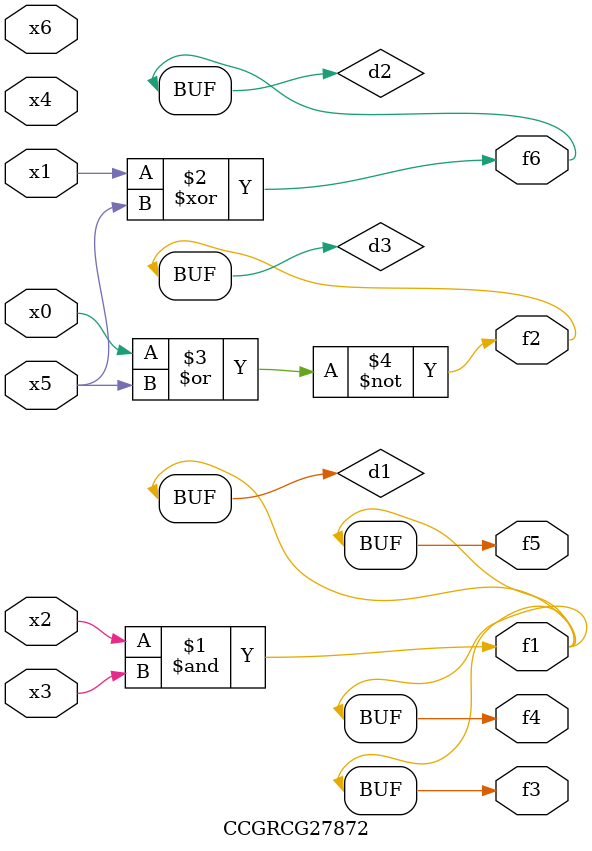
<source format=v>
module CCGRCG27872(
	input x0, x1, x2, x3, x4, x5, x6,
	output f1, f2, f3, f4, f5, f6
);

	wire d1, d2, d3;

	and (d1, x2, x3);
	xor (d2, x1, x5);
	nor (d3, x0, x5);
	assign f1 = d1;
	assign f2 = d3;
	assign f3 = d1;
	assign f4 = d1;
	assign f5 = d1;
	assign f6 = d2;
endmodule

</source>
